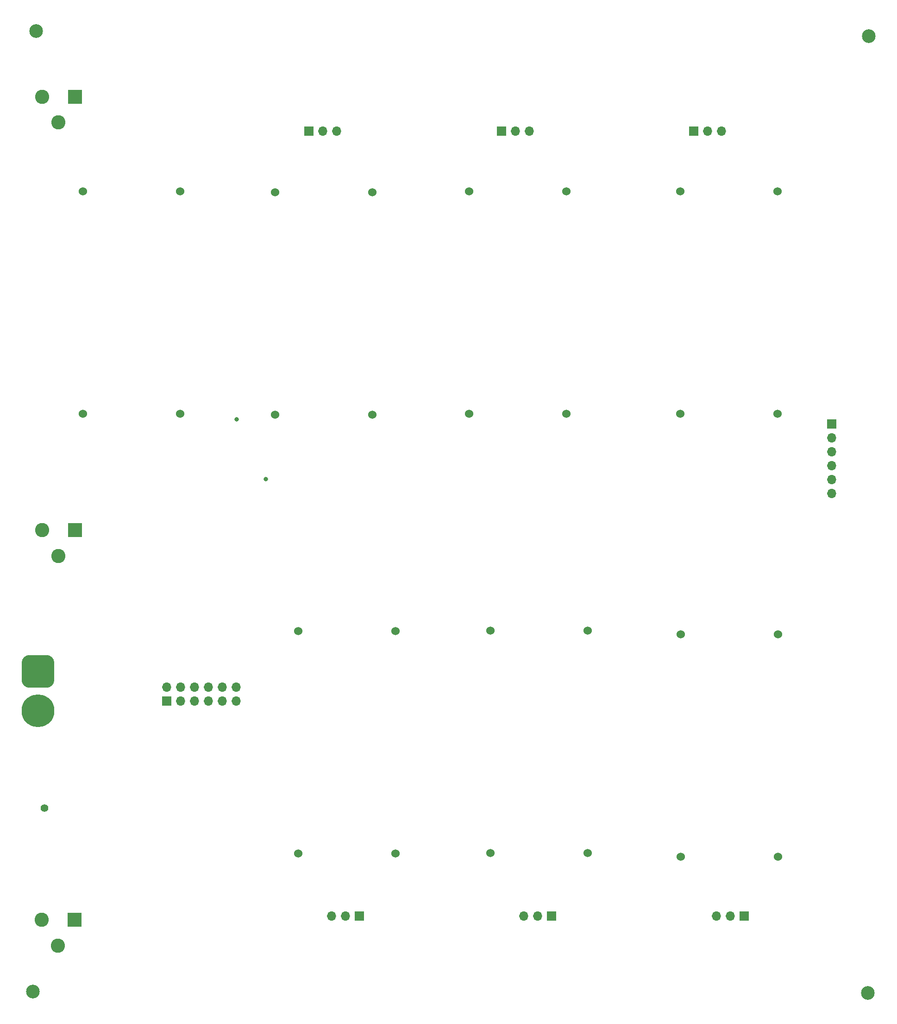
<source format=gbr>
%TF.GenerationSoftware,KiCad,Pcbnew,7.0.10*%
%TF.CreationDate,2024-03-07T18:13:02-07:00*%
%TF.ProjectId,Power_Supply,506f7765-725f-4537-9570-706c792e6b69,rev?*%
%TF.SameCoordinates,Original*%
%TF.FileFunction,Soldermask,Bot*%
%TF.FilePolarity,Negative*%
%FSLAX46Y46*%
G04 Gerber Fmt 4.6, Leading zero omitted, Abs format (unit mm)*
G04 Created by KiCad (PCBNEW 7.0.10) date 2024-03-07 18:13:02*
%MOMM*%
%LPD*%
G01*
G04 APERTURE LIST*
G04 Aperture macros list*
%AMRoundRect*
0 Rectangle with rounded corners*
0 $1 Rounding radius*
0 $2 $3 $4 $5 $6 $7 $8 $9 X,Y pos of 4 corners*
0 Add a 4 corners polygon primitive as box body*
4,1,4,$2,$3,$4,$5,$6,$7,$8,$9,$2,$3,0*
0 Add four circle primitives for the rounded corners*
1,1,$1+$1,$2,$3*
1,1,$1+$1,$4,$5*
1,1,$1+$1,$6,$7*
1,1,$1+$1,$8,$9*
0 Add four rect primitives between the rounded corners*
20,1,$1+$1,$2,$3,$4,$5,0*
20,1,$1+$1,$4,$5,$6,$7,0*
20,1,$1+$1,$6,$7,$8,$9,0*
20,1,$1+$1,$8,$9,$2,$3,0*%
G04 Aperture macros list end*
%ADD10R,2.600000X2.600000*%
%ADD11C,2.600000*%
%ADD12R,1.700000X1.700000*%
%ADD13O,1.700000X1.700000*%
%ADD14C,2.500000*%
%ADD15C,1.524000*%
%ADD16RoundRect,1.500000X-1.500000X1.500000X-1.500000X-1.500000X1.500000X-1.500000X1.500000X1.500000X0*%
%ADD17C,6.000000*%
%ADD18C,0.800000*%
%ADD19C,1.400000*%
G04 APERTURE END LIST*
D10*
%TO.C,Jetson1*%
X112510000Y-217890000D03*
D11*
X106510000Y-217890000D03*
X109510000Y-222590000D03*
%TD*%
D10*
%TO.C,MCU1*%
X112580000Y-67470000D03*
D11*
X106580000Y-67470000D03*
X109580000Y-72170000D03*
%TD*%
D12*
%TO.C,Servo_Shift1*%
X155355003Y-73803332D03*
D13*
X157895003Y-73803332D03*
X160435003Y-73803332D03*
%TD*%
D14*
%TO.C,H3*%
X104946668Y-230990000D03*
%TD*%
D15*
%TO.C,6.8V3*%
X223300000Y-125410000D03*
X241080000Y-125410000D03*
X223300000Y-84770000D03*
X241080000Y-84770000D03*
%TD*%
%TO.C,6.8V1*%
X149150000Y-125610000D03*
X166930000Y-125610000D03*
X149150000Y-84970000D03*
X166930000Y-84970000D03*
%TD*%
D14*
%TO.C,H1*%
X105526668Y-55490000D03*
%TD*%
%TO.C,H4*%
X257546668Y-231220000D03*
%TD*%
D15*
%TO.C,6.8V2*%
X184670000Y-125390000D03*
X202450000Y-125390000D03*
X184670000Y-84750000D03*
X202450000Y-84750000D03*
%TD*%
%TO.C,3.3V1*%
X114080000Y-125430000D03*
X131860000Y-125430000D03*
X114080000Y-84790000D03*
X131860000Y-84790000D03*
%TD*%
D12*
%TO.C,Servo_Shift3*%
X225753003Y-73803332D03*
D13*
X228293003Y-73803332D03*
X230833003Y-73803332D03*
%TD*%
D12*
%TO.C,Servo_Swing1*%
X234968000Y-217200000D03*
D13*
X232428000Y-217200000D03*
X229888000Y-217200000D03*
%TD*%
D15*
%TO.C,6.8V5*%
X206360000Y-165080000D03*
X188580000Y-165080000D03*
X206360000Y-205720000D03*
X188580000Y-205720000D03*
%TD*%
D16*
%TO.C,XT60*%
X105800000Y-172510000D03*
D17*
X105800000Y-179710000D03*
%TD*%
D10*
%TO.C,Main_Power1*%
X112600000Y-146690000D03*
D11*
X106600000Y-146690000D03*
X109600000Y-151390000D03*
%TD*%
D15*
%TO.C,6.8V4*%
X241140000Y-165700000D03*
X223360000Y-165700000D03*
X241140000Y-206340000D03*
X223360000Y-206340000D03*
%TD*%
%TO.C,6.8V6*%
X171220000Y-165090000D03*
X153440000Y-165090000D03*
X171220000Y-205730000D03*
X153440000Y-205730000D03*
%TD*%
D12*
%TO.C,Servo_Swing3*%
X164570000Y-217200000D03*
D13*
X162030000Y-217200000D03*
X159490000Y-217200000D03*
%TD*%
D14*
%TO.C,H2*%
X257736668Y-56410000D03*
%TD*%
D12*
%TO.C,Control_Port1*%
X250936668Y-127280000D03*
D13*
X250936668Y-129820000D03*
X250936668Y-132360000D03*
X250936668Y-134900000D03*
X250936668Y-137440000D03*
X250936668Y-139980000D03*
%TD*%
D12*
%TO.C,Servo_Swing2*%
X199769000Y-217200000D03*
D13*
X197229000Y-217200000D03*
X194689000Y-217200000D03*
%TD*%
D12*
%TO.C,Servo_Shift2*%
X190554003Y-73803332D03*
D13*
X193094003Y-73803332D03*
X195634003Y-73803332D03*
%TD*%
D12*
%TO.C,U1*%
X129410000Y-177950000D03*
D13*
X131950000Y-177950000D03*
X134490000Y-177950000D03*
X137030000Y-177950000D03*
X139570000Y-177950000D03*
X142110000Y-177950000D03*
X129410000Y-175410000D03*
X131950000Y-175410000D03*
X134490000Y-175410000D03*
X137030000Y-175410000D03*
X139570000Y-175410000D03*
X142110000Y-175410000D03*
%TD*%
D18*
X142200000Y-126410000D03*
D19*
X107020000Y-197430000D03*
D18*
X147510000Y-137380000D03*
M02*

</source>
